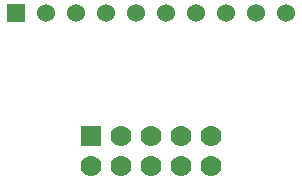
<source format=gts>
G04 (created by PCBNEW (2013-jul-07)-stable) date Wed 24 Jun 2015 12:24:46 PM PDT*
%MOIN*%
G04 Gerber Fmt 3.4, Leading zero omitted, Abs format*
%FSLAX34Y34*%
G01*
G70*
G90*
G04 APERTURE LIST*
%ADD10C,0.00590551*%
%ADD11R,0.07X0.07*%
%ADD12C,0.07*%
%ADD13C,0.06*%
%ADD14R,0.06X0.06*%
G04 APERTURE END LIST*
G54D10*
G54D11*
X23000Y-24700D03*
G54D12*
X23000Y-25700D03*
X24000Y-24700D03*
X24000Y-25700D03*
X25000Y-24700D03*
X25000Y-25700D03*
X26000Y-24700D03*
X26000Y-25700D03*
X27000Y-24700D03*
X27000Y-25700D03*
G54D13*
X29500Y-20600D03*
X28500Y-20600D03*
X26500Y-20600D03*
X27500Y-20600D03*
X25500Y-20600D03*
X24500Y-20600D03*
G54D14*
X20500Y-20600D03*
G54D13*
X21500Y-20600D03*
X22500Y-20600D03*
X23500Y-20600D03*
M02*

</source>
